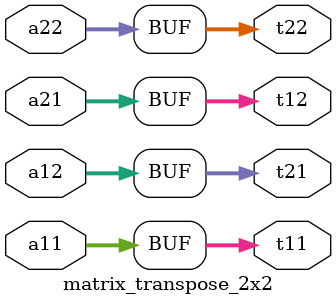
<source format=v>
/*
    Team:S2-T15
    Member-1:Aditya Suresh 231CS203
    Member-2:Nikhil Kottoli 231CS236
    Member-3:Vishal 231CS263
    The Verilog Includes the following Modules:
    1.Adder
    2.Subtractor
    3.Matrix Multiplier
    4.Scalar Multipler
    5.Transpose
    6.Inverse
    7.Determinant
*/


module determinant_2x2(
    input [1:0] d11, d12, d21, d22,  // 2-bit elements of the 2x2 matrix
    output reg [3:0] det             // 4-bit output for the determinant
);

    always @(*) begin
        det = (d11 * d22) - (d12 * d21);
    end

endmodule


module determinant_2x2_gate_level(
    input [1:0] d11, d12, d21, d22,  // Matrix elements
    output [3:0] det                 // Determinant output
);
    
    wire [3:0] mult1;  // Product of d11 and d22
    wire [3:0] mult2;  // Product of d12 and d21
    wire borrow;       // Borrow signal for subtraction

    // Multiplication for d11 * d22
    wire p00, p01, p10, p11; // Partial products
    and (p00, d11[0], d22[0]);
    and (p01, d11[0], d22[1]);
    and (p10, d11[1], d22[0]);
    and (p11, d11[1], d22[1]);

    xor (mult1[1], p01, p10);  // Sum for second bit
    xor (mult1[2], p01, p11);  // Sum for third bit
    and (mult1[0], p00, 1'b1);  // LSB
    and (mult1[3], p11, 1'b1);   // MSB

    // Multiplication for d12 * d21
    wire q00, q01, q10, q11; // Partial products
    and (q00, d12[0], d21[0]);
    and (q01, d12[0], d21[1]);
    and (q10, d12[1], d21[0]);
    and (q11, d12[1], d21[1]);

    xor (mult2[1], q01, q10);  // Sum for second bit
    xor (mult2[2], q01, q11);  // Sum for third bit
    and (mult2[0], q00, 1'b1);  // LSB
    and (mult2[3], q11, 1'b1);   // MSB

    // Subtract mult2 from mult1
    wire [3:0] temp; // Result of subtraction
    wire b0, b1, b2, b3;

    // First bit
    xor (temp[0], mult1[0], mult2[0]); 
    not (b0, mult2[0]);                 
    and (b1, b0, mult1[0]);             

    // Second bit
    xor (temp[1], mult1[1], mult2[1]);
    and (b2, b0, mult1[1]);
    and (b3, mult2[1], mult1[0]);
    or (borrow, b1, b2);               

    // Third bit
    xor (temp[2], mult1[2], mult2[2]);

    // Final output
    assign det = temp; // Assign result
endmodule



module inverse_2x2(
    input signed [3:0] d11, d12, d21, d22,  // Input elements of the 2x2 matrix
    output reg signed [3:0] inv11, inv12, inv21, inv22, // Output for the inverse matrix
    output reg valid                  // Output valid flag
);

    reg signed [5:0] det; // Determinant with wider bit-width for intermediate results

    // Determinant calculation
    always @(*) begin
        det = (d11 * d22) - (d12 * d21);
    end

    // Check if determinant is non-zero and calculate the inverse
    always @(*) begin
        if (det != 0) begin
            valid = 1; // Inverse exists
            inv11 = d22;         // Assign d22 directly
            inv12 = -d12;        // Assign negative of d12
            inv21 = -d21;        // Assign negative of d21
            inv22 = d11;         // Assign d11 directly
        end else begin
            valid = 0; // Inverse does not exist
            inv11 = 4'b0000; // Output 0
            inv12 = 4'b0000; // Output 0
            inv21 = 4'b0000; // Output 0
            inv22 = 4'b0000; // Output 0
        end
    end

endmodule

module inverse_2x2_gate(
    input [3:0] d11, d12, d21, d22,   // Input elements of the 2x2 matrix
    output [3:0] inv11, inv12, inv21, inv22 // Inverse matrix elements
);

    // Wires for negative values
    wire [3:0] neg_d12;
    wire [3:0] neg_d21;

    // Generate negation of d12 and d21 using NOT gates
    not(neg_d12[0], d12[0]);
    not(neg_d12[1], d12[1]);
    not(neg_d12[2], d12[2]);
    not(neg_d12[3], d12[3]);

    not(neg_d21[0], d21[0]);
    not(neg_d21[1], d21[1]);
    not(neg_d21[2], d21[2]);
    not(neg_d21[3], d21[3]);

    // inv11 = d22
    wire inv11_0, inv11_1, inv11_2, inv11_3;
    and(inv11_0, d22[0], 1'b1); // d22[0] 
    and(inv11_1, d22[1], 1'b1); // d22[1] 
    and(inv11_2, d22[2], 1'b1); // d22[2] 
    and(inv11_3, d22[3], 1'b1); // d22[3] 

    // inv12 = -d12
    wire inv12_0, inv12_1, inv12_2, inv12_3;
    and(inv12_0, neg_d12[0], 1'b1); // -d12[0]
    and(inv12_1, neg_d12[1], 1'b1); // -d12[1]
    and(inv12_2, neg_d12[2], 1'b1); // -d12[2]
    and(inv12_3, neg_d12[3], 1'b1); // -d12[3]

    // inv21 = -d21
    wire inv21_0, inv21_1, inv21_2, inv21_3;
    and(inv21_0, neg_d21[0], 1'b1); // -d21[0]
    and(inv21_1, neg_d21[1], 1'b1); // -d21[1]
    and(inv21_2, neg_d21[2], 1'b1); // -d21[2]
    and(inv21_3, neg_d21[3], 1'b1); // -d21[3]

    // inv22 = d11
    wire inv22_0, inv22_1, inv22_2, inv22_3;
    and(inv22_0, d11[0], 1'b1); // d11[0]
    and(inv22_1, d11[1], 1'b1); // d11[1]
    and(inv22_2, d11[2], 1'b1); // d11[2]
    and(inv22_3, d11[3], 1'b1); // d11[3]

    and(inv11[0], inv11_0, 1'b1);
    and(inv11[1], inv11_1, 1'b1);
    and(inv11[2], inv11_2, 1'b1);
    and(inv11[3], inv11_3, 1'b1);

    and(inv12[0], inv12_0, 1'b1);
    and(inv12[1], inv12_1, 1'b1);
    and(inv12[2], inv12_2, 1'b1);
    and(inv12[3], inv12_3, 1'b1);

    and(inv21[0], inv21_0, 1'b1);
    and(inv21[1], inv21_1, 1'b1);
    and(inv21[2], inv21_2, 1'b1);
    and(inv21[3], inv21_3, 1'b1);

    and(inv22[0], inv22_0, 1'b1);
    and(inv22[1], inv22_1, 1'b1);
    and(inv22[2], inv22_2, 1'b1);
    and(inv22[3], inv22_3, 1'b1);

endmodule

module matrix_adder_2x2(
    input [2:0] a11, a12, a21, a22,  // Elements of matrix A (3-bit)
    input [2:0] b11, b12, b21, b22,  // Elements of matrix B (3-bit)
    output [3:0] c11, c12, c21, c22  // Elements of result matrix C (4-bit)
);

    // Addition operations
    assign c11 = a11 + b11;
    assign c12 = a12 + b12;
    assign c21 = a21 + b21;
    assign c22 = a22 + b22;

endmodule


module full_adder (
    input a,
    input b,
    input cin,
    output sum,
    output cout
);
    wire a_xor_b, a_and_b, a_xor_b_and_cin;

    // Logic for Full Adder
    xor(a_xor_b, a, b);              
    xor(sum, a_xor_b, cin);         
    and(a_and_b, a, b);             
    and(a_xor_b_and_cin, a_xor_b, cin); 
    or(cout, a_and_b, a_xor_b_and_cin); 
endmodule

module matrix_adder_2x2_gate_level(
    input [2:0] a11, a12, a21, a22,  // Matrix A elements
    input [2:0] b11, b12, b21, b22,  // Matrix B elements
    output [3:0] c11, c12, c21, c22  // Result matrix elements
);

    // Carry wires
    wire carry11_1, carry11_2, carry11_3;  
    wire carry12_1, carry12_2, carry12_3;  
    wire carry21_1, carry21_2, carry21_3;  
    wire carry22_1, carry22_2, carry22_3;  

    // c11 addition
    full_adder FA11_0 (.a(a11[0]), .b(b11[0]), .cin(1'b0),   .sum(c11[0]), .cout(carry11_1));
    full_adder FA11_1 (.a(a11[1]), .b(b11[1]), .cin(carry11_1), .sum(c11[1]), .cout(carry11_2));
    full_adder FA11_2 (.a(a11[2]), .b(b11[2]), .cin(carry11_2), .sum(c11[2]), .cout(carry11_3));
    and(c11[3], carry11_3, 1'b1);  // MSB for c11

    // c12 addition
    full_adder FA12_0 (.a(a12[0]), .b(b12[0]), .cin(1'b0),   .sum(c12[0]), .cout(carry12_1));
    full_adder FA12_1 (.a(a12[1]), .b(b12[1]), .cin(carry12_1), .sum(c12[1]), .cout(carry12_2));
    full_adder FA12_2 (.a(a12[2]), .b(b12[2]), .cin(carry12_2), .sum(c12[2]), .cout(carry12_3));
    and(c12[3], carry12_3, 1'b1);  // MSB for c12

    // c21 addition
    full_adder FA21_0 (.a(a21[0]), .b(b21[0]), .cin(1'b0),   .sum(c21[0]), .cout(carry21_1));
    full_adder FA21_1 (.a(a21[1]), .b(b21[1]), .cin(carry21_1), .sum(c21[1]), .cout(carry21_2));
    full_adder FA21_2 (.a(a21[2]), .b(b21[2]), .cin(carry21_2), .sum(c21[2]), .cout(carry21_3));
    and(c21[3], carry21_3, 1'b1);  // MSB for c21

    // c22 addition
    full_adder FA22_0 (.a(a22[0]), .b(b22[0]), .cin(1'b0),   .sum(c22[0]), .cout(carry22_1));
    full_adder FA22_1 (.a(a22[1]), .b(b22[1]), .cin(carry22_1), .sum(c22[1]), .cout(carry22_2));
    full_adder FA22_2 (.a(a22[2]), .b(b22[2]), .cin(carry22_2), .sum(c22[2]), .cout(carry22_3));
    and(c22[3], carry22_3, 1'b1);  // MSB for c22

endmodule


module matrix_subtractor_2x2(
    input [2:0] a11, a12, a21, a22,  // Elements of matrix A (3-bit)
    input [2:0] b11, b12, b21, b22,  // Elements of matrix B (3-bit)
    output [3:0] c11, c12, c21, c22  // Elements of result matrix C (4-bit)
);

    // Subtraction operations
    assign c11 = a11 - b11;
    assign c12 = a12 - b12;
    assign c21 = a21 - b21;
    assign c22 = a22 - b22;

endmodule

module full_subtractor (
    input a,
    input b,
    input bin,      // Borrow input
    output diff,    // Difference output
    output bout      // Borrow output
);
    wire a_xor_b, a_nand_b, a_nxor_bin;

    // Logic for Full Subtractor
    xor(a_xor_b, a, b);                  
    xor(diff, a_xor_b, bin);             
    nand(a_nand_b, a, b);                
    xor(a_nxor_bin, a_xor_b, bin);      
    and(bout, a_nand_b, 1'b1);           
    or(bout, bout, a_nxor_bin);
endmodule




module matrix_multiply(
    input [7:0] A, // 2x2 matrix A elements, packed: {a11, a12, a21, a22} - 2 bits each
    input [7:0] B, // 2x2 matrix B elements, packed: {b11, b12, b21, b22} - 2 bits each
    output reg [15:0] C // Resulting 2x2 matrix C elements, packed: {c11, c12, c21, c22} - 4 bits each
);

    // Unpack the matrix elements from A and B (each element is 2 bits)
    reg [1:0] a11, a12, a21, a22;
    reg [1:0] b11, b12, b21, b22;

    reg [3:0] c11, c12, c21, c22; // Results should fit within 4 bits

    always @(*) begin
        // Unpacking the input matrices
        a11 = A[7:6];
        a12 = A[5:4];
        a21 = A[3:2];
        a22 = A[1:0];

        b11 = B[7:6];
        b12 = B[5:4];
        b21 = B[3:2];
        b22 = B[1:0];

        // Matrix multiplication logic
        c11 = (a11 * b11) + (a12 * b21); // Top-left element
        c12 = (a11 * b12) + (a12 * b22); // Top-right element
        c21 = (a21 * b11) + (a22 * b21); // Bottom-left element
        c22 = (a21 * b12) + (a22 * b22); // Bottom-right element

        // Packing the output matrix (packing 4-bit results into 16-bit output)
        C = {c11, c12, c21, c22};
    end
endmodule


module matrix_multiply_gate_level(
    input [7:0] A, // 2x2 matrix A elements packed: {a11, a12, a21, a22}
    input [7:0] B, // 2x2 matrix B elements packed: {b11, b12, b21, b22}
    output [15:0] C // Resulting 2x2 matrix C elements packed: {c11, c12, c21, c22}
);

    // Unpack matrix A
    wire [1:0] a11 = A[7:6];
    wire [1:0] a12 = A[5:4];
    wire [1:0] a21 = A[3:2];
    wire [1:0] a22 = A[1:0];

    // Unpack matrix B
    wire [1:0] b11 = B[7:6];
    wire [1:0] b12 = B[5:4];
    wire [1:0] b21 = B[3:2];
    wire [1:0] b22 = B[1:0];

    // Intermediate products for C
    wire [3:0] p11, p12, p21, p22;
    wire [3:0] p13, p14, p21_temp, p22_temp;
    wire [3:0] p23, p24;

    // c11 = a11 * b11 + a12 * b21
    and (p11[0], a11[0], b11[0]);
    and (p11[1], a11[0], b11[1]);
    and (p11[2], a11[1], b11[0]);
    and (p11[3], a11[1], b11[1]);

    and (p12[0], a12[0], b21[0]);
    and (p12[1], a12[0], b21[1]);
    and (p12[2], a12[1], b21[0]);
    and (p12[3], a12[1], b21[1]);

    // c12 = a11 * b12 + a12 * b22
    and (p13[0], a11[0], b12[0]);
    and (p13[1], a11[0], b12[1]);
    and (p13[2], a11[1], b12[0]);
    and (p13[3], a11[1], b12[1]);

    and (p14[0], a12[0], b22[0]);
    and (p14[1], a12[0], b22[1]);
    and (p14[2], a12[1], b22[0]);
    and (p14[3], a12[1], b22[1]);

    // c21 = a21 * b11 + a22 * b21
    and (p21_temp[0], a21[0], b11[0]);
    and (p21_temp[1], a21[0], b11[1]);
    and (p21_temp[2], a21[1], b11[0]);
    and (p21_temp[3], a21[1], b11[1]);

    and (p22_temp[0], a22[0], b21[0]);
    and (p22_temp[1], a22[0], b21[1]);
    and (p22_temp[2], a22[1], b21[0]);
    and (p22_temp[3], a22[1], b21[1]);

    // c22 = a21 * b12 + a22 * b22
    and (p23[0], a21[0], b12[0]);
    and (p23[1], a21[0], b12[1]);
    and (p23[2], a21[1], b12[0]);
    and (p23[3], a21[1], b12[1]);

    and (p24[0], a22[0], b22[0]);
    and (p24[1], a22[0], b22[1]);
    and (p24[2], a22[1], b22[0]);
    and (p24[3], a22[1], b22[1]);

    // c11 Calculation (using half adders)
    wire c11_temp1, c11_temp2, c11_carry1, c11_carry2;
    or (c11_temp1, p11[0], p12[0]);
    or (c11_temp2, p11[1], p12[1]);
    
    and (c11_carry1, p11[0], p12[0]);
    and (c11_carry2, p11[1], p12[1]);

    // c12 Calculation
    wire c12_temp1, c12_temp2, c12_carry1, c12_carry2;
    or (c12_temp1, p13[0], p14[0]);
    or (c12_temp2, p13[1], p14[1]);

    and (c12_carry1, p13[0], p14[0]);
    and (c12_carry2, p13[1], p14[1]);

    // c21 Calculation
    wire c21_temp1, c21_temp2, c21_carry1, c21_carry2;
    or (c21_temp1, p21_temp[0], p22_temp[0]);
    or (c21_temp2, p21_temp[1], p22_temp[1]);

    and (c21_carry1, p21_temp[0], p22_temp[0]);
    and (c21_carry2, p21_temp[1], p22_temp[1]);

    // c22 Calculation
    wire c22_temp1, c22_temp2, c22_carry1, c22_carry2;
    or (c22_temp1, p23[0], p24[0]);
    or (c22_temp2, p23[1], p24[1]);

    and (c22_carry1, p23[0], p24[0]);
    and (c22_carry2, p23[1], p24[1]);

    // Final outputs for C using only gates
    // c11 output
    wire c11_final, c12_final, c21_final, c22_final;

    or (C[15], c11_temp1, c11_temp2); // c11's carry output
    or (C[14], c11_carry1, c11_carry2); // c11's carry output

    // c12 output
    or (C[13], c12_temp1, c12_temp2); // c12's carry output
    or (C[12], c12_carry1, c12_carry2); // c12's carry output

    // c21 output
    or (C[11], c21_temp1, c21_temp2); // c21's carry output
    or (C[10], c21_carry1, c21_carry2); // c21's carry output

    // c22 output
    or (C[9], c22_temp1, c22_temp2); // c22's carry output
    or (C[8], c22_carry1, c22_carry2); // c22's carry output

endmodule


// 2-bit multiplier module (gate-level)
module multiply_2bit (
    input [1:0] a, b,
    output [3:0] p // 4-bit product
);
    wire p0, p1, p2, p3;

    assign p0 = a[0] & b[0];             // Least significant bit
    assign p1 = (a[1] & b[0]) ^ (a[0] & b[1]);
    assign p2 = (a[1] & b[0]) & (a[0] & b[1]) ^ (a[1] & b[1]);
    assign p3 = (a[1] & b[1]);           // Most significant bit

    assign p = {p3, p2, p1, p0};         // Combine into 4-bit product

endmodule

// 4-bit adder module (gate-level)
module adder_4bit (
    input [3:0] a, b,
    output [3:0] sum
);
    wire carry1, carry2, carry3;

    full_adder FA1 (.a(a[0]), .b(b[0]), .cin(1'b0), .sum(sum[0]), .cout(carry1));
    full_adder FA2 (.a(a[1]), .b(b[1]), .cin(carry1), .sum(sum[1]), .cout(carry2));
    full_adder FA3 (.a(a[2]), .b(b[2]), .cin(carry2), .sum(sum[2]), .cout(carry3));
    full_adder FA4 (.a(a[3]), .b(b[3]), .cin(carry3), .sum(sum[3]), .cout());

endmodule


module matrix_transpose_2x2(
    input [2:0] a11, a12, a21, a22,  // Elements of matrix A (3-bit each)
    output [2:0] t11, t12, t21, t22  // Elements of transposed matrix T (3-bit each)
);

    // Transpose logic
    assign t11 = a11;  // Top-left element stays the same
    assign t12 = a21;  // Top-right element becomes bottom-left
    assign t21 = a12;  // Bottom-left element becomes top-right
    assign t22 = a22;  // Bottom-right element stays the same

endmodule

</source>
